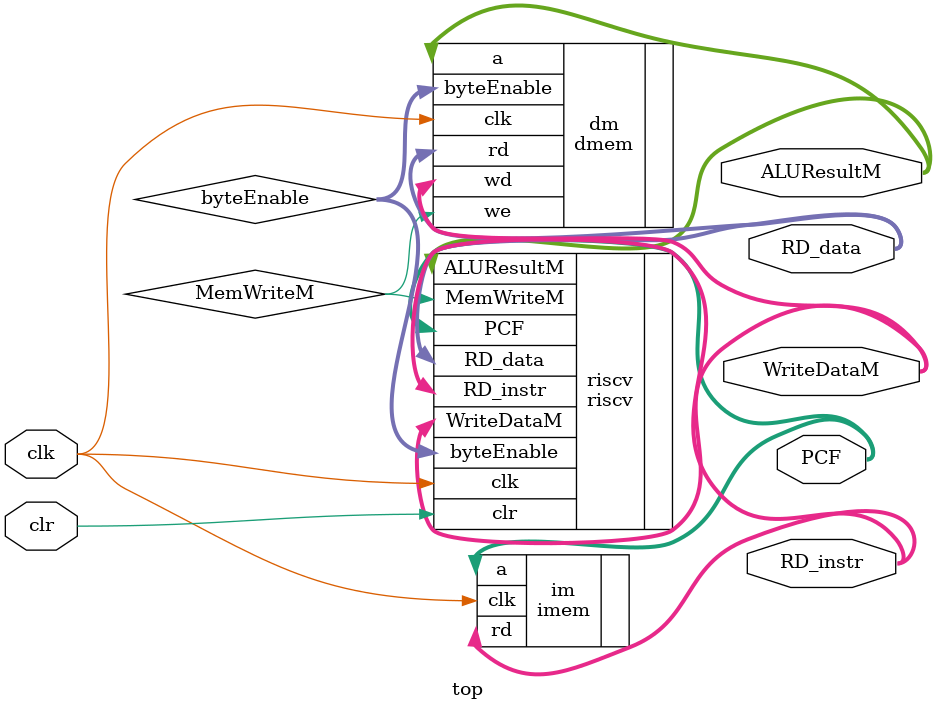
<source format=sv>

module top (input logic clk, clr,
            output logic [31:0] RD_instr, RD_data,
            output logic [31:0] PCF,
            output logic [31:0] ALUResultM, WriteDataM
    );

    logic MemWriteM;
    logic [3:0] byteEnable;

    riscv riscv(
        .clk(clk), .clr(clr),
        .RD_instr(RD_instr), .RD_data(RD_data),
        .PCF(PCF),
        .ALUResultM(ALUResultM), .WriteDataM(WriteDataM),
        .MemWriteM(MemWriteM),
        .byteEnable(byteEnable)
    );

    imem im(
        .clk(clk),
        .a(PCF),
        .rd(RD_instr)
    );

    dmem dm(
        .clk(clk), .we(MemWriteM),
        .byteEnable(byteEnable),
        .a(ALUResultM), .wd(WriteDataM),
        .rd(RD_data)
    );
    
endmodule
</source>
